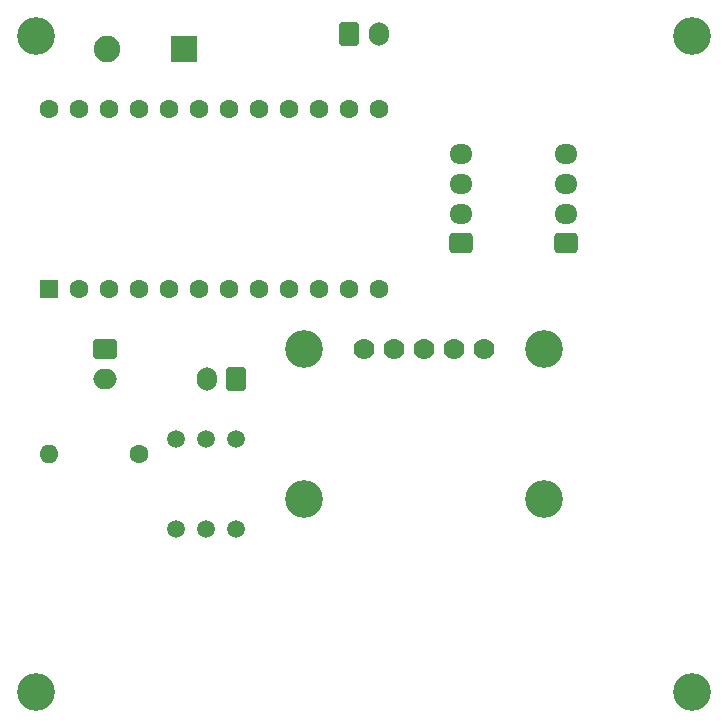
<source format=gbr>
%TF.GenerationSoftware,KiCad,Pcbnew,7.0.9*%
%TF.CreationDate,2023-12-12T23:07:43+09:00*%
%TF.ProjectId,shikisaku,7368696b-6973-4616-9b75-2e6b69636164,rev?*%
%TF.SameCoordinates,Original*%
%TF.FileFunction,Soldermask,Bot*%
%TF.FilePolarity,Negative*%
%FSLAX46Y46*%
G04 Gerber Fmt 4.6, Leading zero omitted, Abs format (unit mm)*
G04 Created by KiCad (PCBNEW 7.0.9) date 2023-12-12 23:07:43*
%MOMM*%
%LPD*%
G01*
G04 APERTURE LIST*
G04 Aperture macros list*
%AMRoundRect*
0 Rectangle with rounded corners*
0 $1 Rounding radius*
0 $2 $3 $4 $5 $6 $7 $8 $9 X,Y pos of 4 corners*
0 Add a 4 corners polygon primitive as box body*
4,1,4,$2,$3,$4,$5,$6,$7,$8,$9,$2,$3,0*
0 Add four circle primitives for the rounded corners*
1,1,$1+$1,$2,$3*
1,1,$1+$1,$4,$5*
1,1,$1+$1,$6,$7*
1,1,$1+$1,$8,$9*
0 Add four rect primitives between the rounded corners*
20,1,$1+$1,$2,$3,$4,$5,0*
20,1,$1+$1,$4,$5,$6,$7,0*
20,1,$1+$1,$6,$7,$8,$9,0*
20,1,$1+$1,$8,$9,$2,$3,0*%
G04 Aperture macros list end*
%ADD10RoundRect,0.250000X0.600000X0.750000X-0.600000X0.750000X-0.600000X-0.750000X0.600000X-0.750000X0*%
%ADD11O,1.700000X2.000000*%
%ADD12RoundRect,0.250000X-0.750000X0.600000X-0.750000X-0.600000X0.750000X-0.600000X0.750000X0.600000X0*%
%ADD13O,2.000000X1.700000*%
%ADD14R,1.600000X1.600000*%
%ADD15C,1.600000*%
%ADD16C,3.200000*%
%ADD17C,1.500000*%
%ADD18RoundRect,0.250000X-0.600000X-0.750000X0.600000X-0.750000X0.600000X0.750000X-0.600000X0.750000X0*%
%ADD19R,2.250000X2.250000*%
%ADD20C,2.250000*%
%ADD21O,1.600000X1.600000*%
%ADD22RoundRect,0.250000X0.725000X-0.600000X0.725000X0.600000X-0.725000X0.600000X-0.725000X-0.600000X0*%
%ADD23O,1.950000X1.700000*%
%ADD24C,1.778000*%
G04 APERTURE END LIST*
D10*
%TO.C,SW_POWER*%
X120955000Y-93020000D03*
D11*
X118455000Y-93020000D03*
%TD*%
D12*
%TO.C,BATT*%
X109800000Y-90500000D03*
D13*
X109800000Y-93000000D03*
%TD*%
D14*
%TO.C,U1*%
X105080000Y-85400000D03*
D15*
X107620000Y-85400000D03*
X110160000Y-85400000D03*
X112700000Y-85400000D03*
X115240000Y-85400000D03*
X117780000Y-85400000D03*
X120320000Y-85400000D03*
X122860000Y-85400000D03*
X125400000Y-85400000D03*
X127940000Y-85400000D03*
X130480000Y-85400000D03*
X133020000Y-85400000D03*
X133020000Y-70160000D03*
X130480000Y-70160000D03*
X127940000Y-70160000D03*
X125400000Y-70160000D03*
X122860000Y-70160000D03*
X120320000Y-70160000D03*
X117780000Y-70160000D03*
X115240000Y-70160000D03*
X112700000Y-70160000D03*
X110160000Y-70160000D03*
X107620000Y-70160000D03*
X105080000Y-70160000D03*
%TD*%
D16*
%TO.C,H4*%
X104000000Y-119500000D03*
%TD*%
D17*
%TO.C,U5*%
X120955000Y-98070000D03*
X118415000Y-98070000D03*
X115875000Y-98070000D03*
X115875000Y-105690000D03*
X118415000Y-105690000D03*
X120955000Y-105690000D03*
%TD*%
D18*
%TO.C,SW_KEY*%
X130520000Y-63810000D03*
D11*
X133020000Y-63810000D03*
%TD*%
D16*
%TO.C,H3*%
X159500000Y-119500000D03*
%TD*%
D19*
%TO.C,SW_RST*%
X116510000Y-65080000D03*
D20*
X110010000Y-65080000D03*
%TD*%
D16*
%TO.C,H2*%
X159500000Y-64000000D03*
%TD*%
%TO.C,H1*%
X104000000Y-64000000D03*
%TD*%
D15*
%TO.C,R1*%
X112700000Y-99370000D03*
D21*
X105080000Y-99370000D03*
%TD*%
D22*
%TO.C,U3_H*%
X140005000Y-81510000D03*
D23*
X140005000Y-79010000D03*
X140005000Y-76510000D03*
X140005000Y-74010000D03*
%TD*%
D22*
%TO.C,U4_V*%
X148895000Y-81510000D03*
D23*
X148895000Y-79010000D03*
X148895000Y-76510000D03*
X148895000Y-74010000D03*
%TD*%
D16*
%TO.C,U2*%
X126670000Y-90480000D03*
X126670000Y-103180000D03*
X146990000Y-90480000D03*
X146990000Y-103180000D03*
D24*
X131750000Y-90480000D03*
X134290000Y-90480000D03*
X136830000Y-90480000D03*
X139370000Y-90480000D03*
X141910000Y-90480000D03*
%TD*%
M02*

</source>
